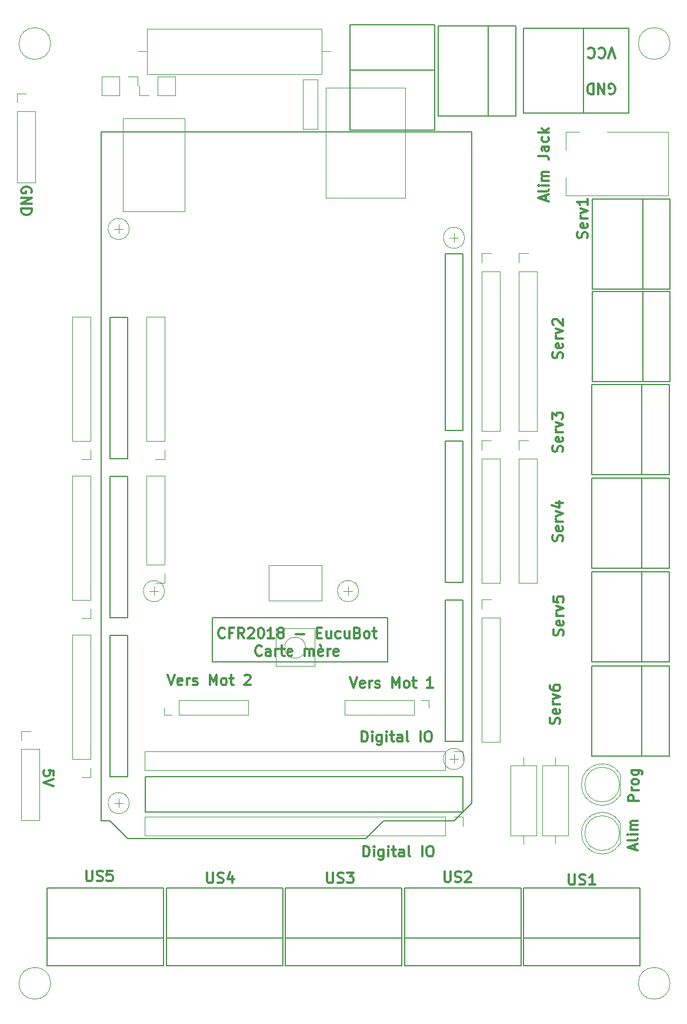
<source format=gto>
G04 #@! TF.FileFunction,Legend,Top*
%FSLAX46Y46*%
G04 Gerber Fmt 4.6, Leading zero omitted, Abs format (unit mm)*
G04 Created by KiCad (PCBNEW 4.0.7) date 03/11/18 20:05:57*
%MOMM*%
%LPD*%
G01*
G04 APERTURE LIST*
%ADD10C,0.100000*%
%ADD11C,0.200000*%
%ADD12C,0.300000*%
%ADD13C,0.010000*%
%ADD14C,0.150000*%
%ADD15C,0.120000*%
G04 APERTURE END LIST*
D10*
D11*
X96012000Y-114554000D02*
X70739000Y-114554000D01*
X70739000Y-120904000D02*
X96012000Y-120904000D01*
X70739000Y-114554000D02*
X70739000Y-120904000D01*
X96012000Y-114554000D02*
X96012000Y-120904000D01*
D12*
X132123571Y-140898285D02*
X130623571Y-140898285D01*
X130623571Y-140326857D01*
X130695000Y-140183999D01*
X130766429Y-140112571D01*
X130909286Y-140041142D01*
X131123571Y-140041142D01*
X131266429Y-140112571D01*
X131337857Y-140183999D01*
X131409286Y-140326857D01*
X131409286Y-140898285D01*
X132123571Y-139398285D02*
X131123571Y-139398285D01*
X131409286Y-139398285D02*
X131266429Y-139326857D01*
X131195000Y-139255428D01*
X131123571Y-139112571D01*
X131123571Y-138969714D01*
X132123571Y-138255428D02*
X132052143Y-138398286D01*
X131980714Y-138469714D01*
X131837857Y-138541143D01*
X131409286Y-138541143D01*
X131266429Y-138469714D01*
X131195000Y-138398286D01*
X131123571Y-138255428D01*
X131123571Y-138041143D01*
X131195000Y-137898286D01*
X131266429Y-137826857D01*
X131409286Y-137755428D01*
X131837857Y-137755428D01*
X131980714Y-137826857D01*
X132052143Y-137898286D01*
X132123571Y-138041143D01*
X132123571Y-138255428D01*
X131123571Y-136469714D02*
X132337857Y-136469714D01*
X132480714Y-136541143D01*
X132552143Y-136612571D01*
X132623571Y-136755428D01*
X132623571Y-136969714D01*
X132552143Y-137112571D01*
X132052143Y-136469714D02*
X132123571Y-136612571D01*
X132123571Y-136898285D01*
X132052143Y-137041143D01*
X131980714Y-137112571D01*
X131837857Y-137184000D01*
X131409286Y-137184000D01*
X131266429Y-137112571D01*
X131195000Y-137041143D01*
X131123571Y-136898285D01*
X131123571Y-136612571D01*
X131195000Y-136469714D01*
X131568000Y-147903143D02*
X131568000Y-147188857D01*
X131996571Y-148046000D02*
X130496571Y-147546000D01*
X131996571Y-147046000D01*
X131996571Y-146331714D02*
X131925143Y-146474572D01*
X131782286Y-146546000D01*
X130496571Y-146546000D01*
X131996571Y-145760286D02*
X130996571Y-145760286D01*
X130496571Y-145760286D02*
X130568000Y-145831715D01*
X130639429Y-145760286D01*
X130568000Y-145688858D01*
X130496571Y-145760286D01*
X130639429Y-145760286D01*
X131996571Y-145046000D02*
X130996571Y-145046000D01*
X131139429Y-145046000D02*
X131068000Y-144974572D01*
X130996571Y-144831714D01*
X130996571Y-144617429D01*
X131068000Y-144474572D01*
X131210857Y-144403143D01*
X131996571Y-144403143D01*
X131210857Y-144403143D02*
X131068000Y-144331714D01*
X130996571Y-144188857D01*
X130996571Y-143974572D01*
X131068000Y-143831714D01*
X131210857Y-143760286D01*
X131996571Y-143760286D01*
X47938429Y-137255287D02*
X47938429Y-136541001D01*
X47224143Y-136469572D01*
X47295571Y-136541001D01*
X47367000Y-136683858D01*
X47367000Y-137041001D01*
X47295571Y-137183858D01*
X47224143Y-137255287D01*
X47081286Y-137326715D01*
X46724143Y-137326715D01*
X46581286Y-137255287D01*
X46509857Y-137183858D01*
X46438429Y-137041001D01*
X46438429Y-136683858D01*
X46509857Y-136541001D01*
X46581286Y-136469572D01*
X47938429Y-137755286D02*
X46438429Y-138255286D01*
X47938429Y-138755286D01*
X72538144Y-117370714D02*
X72466715Y-117442143D01*
X72252429Y-117513571D01*
X72109572Y-117513571D01*
X71895287Y-117442143D01*
X71752429Y-117299286D01*
X71681001Y-117156429D01*
X71609572Y-116870714D01*
X71609572Y-116656429D01*
X71681001Y-116370714D01*
X71752429Y-116227857D01*
X71895287Y-116085000D01*
X72109572Y-116013571D01*
X72252429Y-116013571D01*
X72466715Y-116085000D01*
X72538144Y-116156429D01*
X73681001Y-116727857D02*
X73181001Y-116727857D01*
X73181001Y-117513571D02*
X73181001Y-116013571D01*
X73895287Y-116013571D01*
X75323858Y-117513571D02*
X74823858Y-116799286D01*
X74466715Y-117513571D02*
X74466715Y-116013571D01*
X75038143Y-116013571D01*
X75181001Y-116085000D01*
X75252429Y-116156429D01*
X75323858Y-116299286D01*
X75323858Y-116513571D01*
X75252429Y-116656429D01*
X75181001Y-116727857D01*
X75038143Y-116799286D01*
X74466715Y-116799286D01*
X75895286Y-116156429D02*
X75966715Y-116085000D01*
X76109572Y-116013571D01*
X76466715Y-116013571D01*
X76609572Y-116085000D01*
X76681001Y-116156429D01*
X76752429Y-116299286D01*
X76752429Y-116442143D01*
X76681001Y-116656429D01*
X75823858Y-117513571D01*
X76752429Y-117513571D01*
X77681000Y-116013571D02*
X77823857Y-116013571D01*
X77966714Y-116085000D01*
X78038143Y-116156429D01*
X78109572Y-116299286D01*
X78181000Y-116585000D01*
X78181000Y-116942143D01*
X78109572Y-117227857D01*
X78038143Y-117370714D01*
X77966714Y-117442143D01*
X77823857Y-117513571D01*
X77681000Y-117513571D01*
X77538143Y-117442143D01*
X77466714Y-117370714D01*
X77395286Y-117227857D01*
X77323857Y-116942143D01*
X77323857Y-116585000D01*
X77395286Y-116299286D01*
X77466714Y-116156429D01*
X77538143Y-116085000D01*
X77681000Y-116013571D01*
X79609571Y-117513571D02*
X78752428Y-117513571D01*
X79181000Y-117513571D02*
X79181000Y-116013571D01*
X79038143Y-116227857D01*
X78895285Y-116370714D01*
X78752428Y-116442143D01*
X80466714Y-116656429D02*
X80323856Y-116585000D01*
X80252428Y-116513571D01*
X80180999Y-116370714D01*
X80180999Y-116299286D01*
X80252428Y-116156429D01*
X80323856Y-116085000D01*
X80466714Y-116013571D01*
X80752428Y-116013571D01*
X80895285Y-116085000D01*
X80966714Y-116156429D01*
X81038142Y-116299286D01*
X81038142Y-116370714D01*
X80966714Y-116513571D01*
X80895285Y-116585000D01*
X80752428Y-116656429D01*
X80466714Y-116656429D01*
X80323856Y-116727857D01*
X80252428Y-116799286D01*
X80180999Y-116942143D01*
X80180999Y-117227857D01*
X80252428Y-117370714D01*
X80323856Y-117442143D01*
X80466714Y-117513571D01*
X80752428Y-117513571D01*
X80895285Y-117442143D01*
X80966714Y-117370714D01*
X81038142Y-117227857D01*
X81038142Y-116942143D01*
X80966714Y-116799286D01*
X80895285Y-116727857D01*
X80752428Y-116656429D01*
X82823856Y-116942143D02*
X83966713Y-116942143D01*
X85823856Y-116727857D02*
X86323856Y-116727857D01*
X86538142Y-117513571D02*
X85823856Y-117513571D01*
X85823856Y-116013571D01*
X86538142Y-116013571D01*
X87823856Y-116513571D02*
X87823856Y-117513571D01*
X87180999Y-116513571D02*
X87180999Y-117299286D01*
X87252427Y-117442143D01*
X87395285Y-117513571D01*
X87609570Y-117513571D01*
X87752427Y-117442143D01*
X87823856Y-117370714D01*
X89180999Y-117442143D02*
X89038142Y-117513571D01*
X88752428Y-117513571D01*
X88609570Y-117442143D01*
X88538142Y-117370714D01*
X88466713Y-117227857D01*
X88466713Y-116799286D01*
X88538142Y-116656429D01*
X88609570Y-116585000D01*
X88752428Y-116513571D01*
X89038142Y-116513571D01*
X89180999Y-116585000D01*
X90466713Y-116513571D02*
X90466713Y-117513571D01*
X89823856Y-116513571D02*
X89823856Y-117299286D01*
X89895284Y-117442143D01*
X90038142Y-117513571D01*
X90252427Y-117513571D01*
X90395284Y-117442143D01*
X90466713Y-117370714D01*
X91680999Y-116727857D02*
X91895285Y-116799286D01*
X91966713Y-116870714D01*
X92038142Y-117013571D01*
X92038142Y-117227857D01*
X91966713Y-117370714D01*
X91895285Y-117442143D01*
X91752427Y-117513571D01*
X91180999Y-117513571D01*
X91180999Y-116013571D01*
X91680999Y-116013571D01*
X91823856Y-116085000D01*
X91895285Y-116156429D01*
X91966713Y-116299286D01*
X91966713Y-116442143D01*
X91895285Y-116585000D01*
X91823856Y-116656429D01*
X91680999Y-116727857D01*
X91180999Y-116727857D01*
X92895285Y-117513571D02*
X92752427Y-117442143D01*
X92680999Y-117370714D01*
X92609570Y-117227857D01*
X92609570Y-116799286D01*
X92680999Y-116656429D01*
X92752427Y-116585000D01*
X92895285Y-116513571D01*
X93109570Y-116513571D01*
X93252427Y-116585000D01*
X93323856Y-116656429D01*
X93395285Y-116799286D01*
X93395285Y-117227857D01*
X93323856Y-117370714D01*
X93252427Y-117442143D01*
X93109570Y-117513571D01*
X92895285Y-117513571D01*
X93823856Y-116513571D02*
X94395285Y-116513571D01*
X94038142Y-116013571D02*
X94038142Y-117299286D01*
X94109570Y-117442143D01*
X94252428Y-117513571D01*
X94395285Y-117513571D01*
X77859573Y-119920714D02*
X77788144Y-119992143D01*
X77573858Y-120063571D01*
X77431001Y-120063571D01*
X77216716Y-119992143D01*
X77073858Y-119849286D01*
X77002430Y-119706429D01*
X76931001Y-119420714D01*
X76931001Y-119206429D01*
X77002430Y-118920714D01*
X77073858Y-118777857D01*
X77216716Y-118635000D01*
X77431001Y-118563571D01*
X77573858Y-118563571D01*
X77788144Y-118635000D01*
X77859573Y-118706429D01*
X79145287Y-120063571D02*
X79145287Y-119277857D01*
X79073858Y-119135000D01*
X78931001Y-119063571D01*
X78645287Y-119063571D01*
X78502430Y-119135000D01*
X79145287Y-119992143D02*
X79002430Y-120063571D01*
X78645287Y-120063571D01*
X78502430Y-119992143D01*
X78431001Y-119849286D01*
X78431001Y-119706429D01*
X78502430Y-119563571D01*
X78645287Y-119492143D01*
X79002430Y-119492143D01*
X79145287Y-119420714D01*
X79859573Y-120063571D02*
X79859573Y-119063571D01*
X79859573Y-119349286D02*
X79931001Y-119206429D01*
X80002430Y-119135000D01*
X80145287Y-119063571D01*
X80288144Y-119063571D01*
X80573858Y-119063571D02*
X81145287Y-119063571D01*
X80788144Y-118563571D02*
X80788144Y-119849286D01*
X80859572Y-119992143D01*
X81002430Y-120063571D01*
X81145287Y-120063571D01*
X82216715Y-119992143D02*
X82073858Y-120063571D01*
X81788144Y-120063571D01*
X81645287Y-119992143D01*
X81573858Y-119849286D01*
X81573858Y-119277857D01*
X81645287Y-119135000D01*
X81788144Y-119063571D01*
X82073858Y-119063571D01*
X82216715Y-119135000D01*
X82288144Y-119277857D01*
X82288144Y-119420714D01*
X81573858Y-119563571D01*
X84073858Y-120063571D02*
X84073858Y-119063571D01*
X84073858Y-119206429D02*
X84145286Y-119135000D01*
X84288144Y-119063571D01*
X84502429Y-119063571D01*
X84645286Y-119135000D01*
X84716715Y-119277857D01*
X84716715Y-120063571D01*
X84716715Y-119277857D02*
X84788144Y-119135000D01*
X84931001Y-119063571D01*
X85145286Y-119063571D01*
X85288144Y-119135000D01*
X85359572Y-119277857D01*
X85359572Y-120063571D01*
X86645286Y-119992143D02*
X86502429Y-120063571D01*
X86216715Y-120063571D01*
X86073858Y-119992143D01*
X86002429Y-119849286D01*
X86002429Y-119277857D01*
X86073858Y-119135000D01*
X86216715Y-119063571D01*
X86502429Y-119063571D01*
X86645286Y-119135000D01*
X86716715Y-119277857D01*
X86716715Y-119420714D01*
X86002429Y-119563571D01*
X86216715Y-118492143D02*
X86431001Y-118706429D01*
X87359572Y-120063571D02*
X87359572Y-119063571D01*
X87359572Y-119349286D02*
X87431000Y-119206429D01*
X87502429Y-119135000D01*
X87645286Y-119063571D01*
X87788143Y-119063571D01*
X88859571Y-119992143D02*
X88716714Y-120063571D01*
X88431000Y-120063571D01*
X88288143Y-119992143D01*
X88216714Y-119849286D01*
X88216714Y-119277857D01*
X88288143Y-119135000D01*
X88431000Y-119063571D01*
X88716714Y-119063571D01*
X88859571Y-119135000D01*
X88931000Y-119277857D01*
X88931000Y-119420714D01*
X88216714Y-119563571D01*
X92282000Y-132377571D02*
X92282000Y-130877571D01*
X92639143Y-130877571D01*
X92853428Y-130949000D01*
X92996286Y-131091857D01*
X93067714Y-131234714D01*
X93139143Y-131520429D01*
X93139143Y-131734714D01*
X93067714Y-132020429D01*
X92996286Y-132163286D01*
X92853428Y-132306143D01*
X92639143Y-132377571D01*
X92282000Y-132377571D01*
X93782000Y-132377571D02*
X93782000Y-131377571D01*
X93782000Y-130877571D02*
X93710571Y-130949000D01*
X93782000Y-131020429D01*
X93853428Y-130949000D01*
X93782000Y-130877571D01*
X93782000Y-131020429D01*
X95139143Y-131377571D02*
X95139143Y-132591857D01*
X95067714Y-132734714D01*
X94996286Y-132806143D01*
X94853429Y-132877571D01*
X94639143Y-132877571D01*
X94496286Y-132806143D01*
X95139143Y-132306143D02*
X94996286Y-132377571D01*
X94710572Y-132377571D01*
X94567714Y-132306143D01*
X94496286Y-132234714D01*
X94424857Y-132091857D01*
X94424857Y-131663286D01*
X94496286Y-131520429D01*
X94567714Y-131449000D01*
X94710572Y-131377571D01*
X94996286Y-131377571D01*
X95139143Y-131449000D01*
X95853429Y-132377571D02*
X95853429Y-131377571D01*
X95853429Y-130877571D02*
X95782000Y-130949000D01*
X95853429Y-131020429D01*
X95924857Y-130949000D01*
X95853429Y-130877571D01*
X95853429Y-131020429D01*
X96353429Y-131377571D02*
X96924858Y-131377571D01*
X96567715Y-130877571D02*
X96567715Y-132163286D01*
X96639143Y-132306143D01*
X96782001Y-132377571D01*
X96924858Y-132377571D01*
X98067715Y-132377571D02*
X98067715Y-131591857D01*
X97996286Y-131449000D01*
X97853429Y-131377571D01*
X97567715Y-131377571D01*
X97424858Y-131449000D01*
X98067715Y-132306143D02*
X97924858Y-132377571D01*
X97567715Y-132377571D01*
X97424858Y-132306143D01*
X97353429Y-132163286D01*
X97353429Y-132020429D01*
X97424858Y-131877571D01*
X97567715Y-131806143D01*
X97924858Y-131806143D01*
X98067715Y-131734714D01*
X98996287Y-132377571D02*
X98853429Y-132306143D01*
X98782001Y-132163286D01*
X98782001Y-130877571D01*
X100710572Y-132377571D02*
X100710572Y-130877571D01*
X101710572Y-130877571D02*
X101996286Y-130877571D01*
X102139144Y-130949000D01*
X102282001Y-131091857D01*
X102353429Y-131377571D01*
X102353429Y-131877571D01*
X102282001Y-132163286D01*
X102139144Y-132306143D01*
X101996286Y-132377571D01*
X101710572Y-132377571D01*
X101567715Y-132306143D01*
X101424858Y-132163286D01*
X101353429Y-131877571D01*
X101353429Y-131377571D01*
X101424858Y-131091857D01*
X101567715Y-130949000D01*
X101710572Y-130877571D01*
X92536000Y-148887571D02*
X92536000Y-147387571D01*
X92893143Y-147387571D01*
X93107428Y-147459000D01*
X93250286Y-147601857D01*
X93321714Y-147744714D01*
X93393143Y-148030429D01*
X93393143Y-148244714D01*
X93321714Y-148530429D01*
X93250286Y-148673286D01*
X93107428Y-148816143D01*
X92893143Y-148887571D01*
X92536000Y-148887571D01*
X94036000Y-148887571D02*
X94036000Y-147887571D01*
X94036000Y-147387571D02*
X93964571Y-147459000D01*
X94036000Y-147530429D01*
X94107428Y-147459000D01*
X94036000Y-147387571D01*
X94036000Y-147530429D01*
X95393143Y-147887571D02*
X95393143Y-149101857D01*
X95321714Y-149244714D01*
X95250286Y-149316143D01*
X95107429Y-149387571D01*
X94893143Y-149387571D01*
X94750286Y-149316143D01*
X95393143Y-148816143D02*
X95250286Y-148887571D01*
X94964572Y-148887571D01*
X94821714Y-148816143D01*
X94750286Y-148744714D01*
X94678857Y-148601857D01*
X94678857Y-148173286D01*
X94750286Y-148030429D01*
X94821714Y-147959000D01*
X94964572Y-147887571D01*
X95250286Y-147887571D01*
X95393143Y-147959000D01*
X96107429Y-148887571D02*
X96107429Y-147887571D01*
X96107429Y-147387571D02*
X96036000Y-147459000D01*
X96107429Y-147530429D01*
X96178857Y-147459000D01*
X96107429Y-147387571D01*
X96107429Y-147530429D01*
X96607429Y-147887571D02*
X97178858Y-147887571D01*
X96821715Y-147387571D02*
X96821715Y-148673286D01*
X96893143Y-148816143D01*
X97036001Y-148887571D01*
X97178858Y-148887571D01*
X98321715Y-148887571D02*
X98321715Y-148101857D01*
X98250286Y-147959000D01*
X98107429Y-147887571D01*
X97821715Y-147887571D01*
X97678858Y-147959000D01*
X98321715Y-148816143D02*
X98178858Y-148887571D01*
X97821715Y-148887571D01*
X97678858Y-148816143D01*
X97607429Y-148673286D01*
X97607429Y-148530429D01*
X97678858Y-148387571D01*
X97821715Y-148316143D01*
X98178858Y-148316143D01*
X98321715Y-148244714D01*
X99250287Y-148887571D02*
X99107429Y-148816143D01*
X99036001Y-148673286D01*
X99036001Y-147387571D01*
X100964572Y-148887571D02*
X100964572Y-147387571D01*
X101964572Y-147387571D02*
X102250286Y-147387571D01*
X102393144Y-147459000D01*
X102536001Y-147601857D01*
X102607429Y-147887571D01*
X102607429Y-148387571D01*
X102536001Y-148673286D01*
X102393144Y-148816143D01*
X102250286Y-148887571D01*
X101964572Y-148887571D01*
X101821715Y-148816143D01*
X101678858Y-148673286D01*
X101607429Y-148387571D01*
X101607429Y-147887571D01*
X101678858Y-147601857D01*
X101821715Y-147459000D01*
X101964572Y-147387571D01*
X120749143Y-129821428D02*
X120820571Y-129607142D01*
X120820571Y-129249999D01*
X120749143Y-129107142D01*
X120677714Y-129035713D01*
X120534857Y-128964285D01*
X120392000Y-128964285D01*
X120249143Y-129035713D01*
X120177714Y-129107142D01*
X120106286Y-129249999D01*
X120034857Y-129535713D01*
X119963429Y-129678571D01*
X119892000Y-129749999D01*
X119749143Y-129821428D01*
X119606286Y-129821428D01*
X119463429Y-129749999D01*
X119392000Y-129678571D01*
X119320571Y-129535713D01*
X119320571Y-129178571D01*
X119392000Y-128964285D01*
X120749143Y-127750000D02*
X120820571Y-127892857D01*
X120820571Y-128178571D01*
X120749143Y-128321428D01*
X120606286Y-128392857D01*
X120034857Y-128392857D01*
X119892000Y-128321428D01*
X119820571Y-128178571D01*
X119820571Y-127892857D01*
X119892000Y-127750000D01*
X120034857Y-127678571D01*
X120177714Y-127678571D01*
X120320571Y-128392857D01*
X120820571Y-127035714D02*
X119820571Y-127035714D01*
X120106286Y-127035714D02*
X119963429Y-126964286D01*
X119892000Y-126892857D01*
X119820571Y-126750000D01*
X119820571Y-126607143D01*
X119820571Y-126250000D02*
X120820571Y-125892857D01*
X119820571Y-125535715D01*
X119320571Y-124321429D02*
X119320571Y-124607143D01*
X119392000Y-124750000D01*
X119463429Y-124821429D01*
X119677714Y-124964286D01*
X119963429Y-125035715D01*
X120534857Y-125035715D01*
X120677714Y-124964286D01*
X120749143Y-124892858D01*
X120820571Y-124750000D01*
X120820571Y-124464286D01*
X120749143Y-124321429D01*
X120677714Y-124250000D01*
X120534857Y-124178572D01*
X120177714Y-124178572D01*
X120034857Y-124250000D01*
X119963429Y-124321429D01*
X119892000Y-124464286D01*
X119892000Y-124750000D01*
X119963429Y-124892858D01*
X120034857Y-124964286D01*
X120177714Y-125035715D01*
X121257143Y-117121428D02*
X121328571Y-116907142D01*
X121328571Y-116549999D01*
X121257143Y-116407142D01*
X121185714Y-116335713D01*
X121042857Y-116264285D01*
X120900000Y-116264285D01*
X120757143Y-116335713D01*
X120685714Y-116407142D01*
X120614286Y-116549999D01*
X120542857Y-116835713D01*
X120471429Y-116978571D01*
X120400000Y-117049999D01*
X120257143Y-117121428D01*
X120114286Y-117121428D01*
X119971429Y-117049999D01*
X119900000Y-116978571D01*
X119828571Y-116835713D01*
X119828571Y-116478571D01*
X119900000Y-116264285D01*
X121257143Y-115050000D02*
X121328571Y-115192857D01*
X121328571Y-115478571D01*
X121257143Y-115621428D01*
X121114286Y-115692857D01*
X120542857Y-115692857D01*
X120400000Y-115621428D01*
X120328571Y-115478571D01*
X120328571Y-115192857D01*
X120400000Y-115050000D01*
X120542857Y-114978571D01*
X120685714Y-114978571D01*
X120828571Y-115692857D01*
X121328571Y-114335714D02*
X120328571Y-114335714D01*
X120614286Y-114335714D02*
X120471429Y-114264286D01*
X120400000Y-114192857D01*
X120328571Y-114050000D01*
X120328571Y-113907143D01*
X120328571Y-113550000D02*
X121328571Y-113192857D01*
X120328571Y-112835715D01*
X119828571Y-111550000D02*
X119828571Y-112264286D01*
X120542857Y-112335715D01*
X120471429Y-112264286D01*
X120400000Y-112121429D01*
X120400000Y-111764286D01*
X120471429Y-111621429D01*
X120542857Y-111550000D01*
X120685714Y-111478572D01*
X121042857Y-111478572D01*
X121185714Y-111550000D01*
X121257143Y-111621429D01*
X121328571Y-111764286D01*
X121328571Y-112121429D01*
X121257143Y-112264286D01*
X121185714Y-112335715D01*
X121130143Y-103532428D02*
X121201571Y-103318142D01*
X121201571Y-102960999D01*
X121130143Y-102818142D01*
X121058714Y-102746713D01*
X120915857Y-102675285D01*
X120773000Y-102675285D01*
X120630143Y-102746713D01*
X120558714Y-102818142D01*
X120487286Y-102960999D01*
X120415857Y-103246713D01*
X120344429Y-103389571D01*
X120273000Y-103460999D01*
X120130143Y-103532428D01*
X119987286Y-103532428D01*
X119844429Y-103460999D01*
X119773000Y-103389571D01*
X119701571Y-103246713D01*
X119701571Y-102889571D01*
X119773000Y-102675285D01*
X121130143Y-101461000D02*
X121201571Y-101603857D01*
X121201571Y-101889571D01*
X121130143Y-102032428D01*
X120987286Y-102103857D01*
X120415857Y-102103857D01*
X120273000Y-102032428D01*
X120201571Y-101889571D01*
X120201571Y-101603857D01*
X120273000Y-101461000D01*
X120415857Y-101389571D01*
X120558714Y-101389571D01*
X120701571Y-102103857D01*
X121201571Y-100746714D02*
X120201571Y-100746714D01*
X120487286Y-100746714D02*
X120344429Y-100675286D01*
X120273000Y-100603857D01*
X120201571Y-100461000D01*
X120201571Y-100318143D01*
X120201571Y-99961000D02*
X121201571Y-99603857D01*
X120201571Y-99246715D01*
X120201571Y-98032429D02*
X121201571Y-98032429D01*
X119630143Y-98389572D02*
X120701571Y-98746715D01*
X120701571Y-97818143D01*
X121130143Y-90705428D02*
X121201571Y-90491142D01*
X121201571Y-90133999D01*
X121130143Y-89991142D01*
X121058714Y-89919713D01*
X120915857Y-89848285D01*
X120773000Y-89848285D01*
X120630143Y-89919713D01*
X120558714Y-89991142D01*
X120487286Y-90133999D01*
X120415857Y-90419713D01*
X120344429Y-90562571D01*
X120273000Y-90633999D01*
X120130143Y-90705428D01*
X119987286Y-90705428D01*
X119844429Y-90633999D01*
X119773000Y-90562571D01*
X119701571Y-90419713D01*
X119701571Y-90062571D01*
X119773000Y-89848285D01*
X121130143Y-88634000D02*
X121201571Y-88776857D01*
X121201571Y-89062571D01*
X121130143Y-89205428D01*
X120987286Y-89276857D01*
X120415857Y-89276857D01*
X120273000Y-89205428D01*
X120201571Y-89062571D01*
X120201571Y-88776857D01*
X120273000Y-88634000D01*
X120415857Y-88562571D01*
X120558714Y-88562571D01*
X120701571Y-89276857D01*
X121201571Y-87919714D02*
X120201571Y-87919714D01*
X120487286Y-87919714D02*
X120344429Y-87848286D01*
X120273000Y-87776857D01*
X120201571Y-87634000D01*
X120201571Y-87491143D01*
X120201571Y-87134000D02*
X121201571Y-86776857D01*
X120201571Y-86419715D01*
X119701571Y-85991143D02*
X119701571Y-85062572D01*
X120273000Y-85562572D01*
X120273000Y-85348286D01*
X120344429Y-85205429D01*
X120415857Y-85134000D01*
X120558714Y-85062572D01*
X120915857Y-85062572D01*
X121058714Y-85134000D01*
X121130143Y-85205429D01*
X121201571Y-85348286D01*
X121201571Y-85776858D01*
X121130143Y-85919715D01*
X121058714Y-85991143D01*
X121130143Y-77243428D02*
X121201571Y-77029142D01*
X121201571Y-76671999D01*
X121130143Y-76529142D01*
X121058714Y-76457713D01*
X120915857Y-76386285D01*
X120773000Y-76386285D01*
X120630143Y-76457713D01*
X120558714Y-76529142D01*
X120487286Y-76671999D01*
X120415857Y-76957713D01*
X120344429Y-77100571D01*
X120273000Y-77171999D01*
X120130143Y-77243428D01*
X119987286Y-77243428D01*
X119844429Y-77171999D01*
X119773000Y-77100571D01*
X119701571Y-76957713D01*
X119701571Y-76600571D01*
X119773000Y-76386285D01*
X121130143Y-75172000D02*
X121201571Y-75314857D01*
X121201571Y-75600571D01*
X121130143Y-75743428D01*
X120987286Y-75814857D01*
X120415857Y-75814857D01*
X120273000Y-75743428D01*
X120201571Y-75600571D01*
X120201571Y-75314857D01*
X120273000Y-75172000D01*
X120415857Y-75100571D01*
X120558714Y-75100571D01*
X120701571Y-75814857D01*
X121201571Y-74457714D02*
X120201571Y-74457714D01*
X120487286Y-74457714D02*
X120344429Y-74386286D01*
X120273000Y-74314857D01*
X120201571Y-74172000D01*
X120201571Y-74029143D01*
X120201571Y-73672000D02*
X121201571Y-73314857D01*
X120201571Y-72957715D01*
X119844429Y-72457715D02*
X119773000Y-72386286D01*
X119701571Y-72243429D01*
X119701571Y-71886286D01*
X119773000Y-71743429D01*
X119844429Y-71672000D01*
X119987286Y-71600572D01*
X120130143Y-71600572D01*
X120344429Y-71672000D01*
X121201571Y-72529143D01*
X121201571Y-71600572D01*
X124686143Y-59971428D02*
X124757571Y-59757142D01*
X124757571Y-59399999D01*
X124686143Y-59257142D01*
X124614714Y-59185713D01*
X124471857Y-59114285D01*
X124329000Y-59114285D01*
X124186143Y-59185713D01*
X124114714Y-59257142D01*
X124043286Y-59399999D01*
X123971857Y-59685713D01*
X123900429Y-59828571D01*
X123829000Y-59899999D01*
X123686143Y-59971428D01*
X123543286Y-59971428D01*
X123400429Y-59899999D01*
X123329000Y-59828571D01*
X123257571Y-59685713D01*
X123257571Y-59328571D01*
X123329000Y-59114285D01*
X124686143Y-57900000D02*
X124757571Y-58042857D01*
X124757571Y-58328571D01*
X124686143Y-58471428D01*
X124543286Y-58542857D01*
X123971857Y-58542857D01*
X123829000Y-58471428D01*
X123757571Y-58328571D01*
X123757571Y-58042857D01*
X123829000Y-57900000D01*
X123971857Y-57828571D01*
X124114714Y-57828571D01*
X124257571Y-58542857D01*
X124757571Y-57185714D02*
X123757571Y-57185714D01*
X124043286Y-57185714D02*
X123900429Y-57114286D01*
X123829000Y-57042857D01*
X123757571Y-56900000D01*
X123757571Y-56757143D01*
X123757571Y-56400000D02*
X124757571Y-56042857D01*
X123757571Y-55685715D01*
X124757571Y-54328572D02*
X124757571Y-55185715D01*
X124757571Y-54757143D02*
X123257571Y-54757143D01*
X123471857Y-54900000D01*
X123614714Y-55042858D01*
X123686143Y-55185715D01*
X52625858Y-150943571D02*
X52625858Y-152157857D01*
X52697286Y-152300714D01*
X52768715Y-152372143D01*
X52911572Y-152443571D01*
X53197286Y-152443571D01*
X53340144Y-152372143D01*
X53411572Y-152300714D01*
X53483001Y-152157857D01*
X53483001Y-150943571D01*
X54125858Y-152372143D02*
X54340144Y-152443571D01*
X54697287Y-152443571D01*
X54840144Y-152372143D01*
X54911573Y-152300714D01*
X54983001Y-152157857D01*
X54983001Y-152015000D01*
X54911573Y-151872143D01*
X54840144Y-151800714D01*
X54697287Y-151729286D01*
X54411573Y-151657857D01*
X54268715Y-151586429D01*
X54197287Y-151515000D01*
X54125858Y-151372143D01*
X54125858Y-151229286D01*
X54197287Y-151086429D01*
X54268715Y-151015000D01*
X54411573Y-150943571D01*
X54768715Y-150943571D01*
X54983001Y-151015000D01*
X56340144Y-150943571D02*
X55625858Y-150943571D01*
X55554429Y-151657857D01*
X55625858Y-151586429D01*
X55768715Y-151515000D01*
X56125858Y-151515000D01*
X56268715Y-151586429D01*
X56340144Y-151657857D01*
X56411572Y-151800714D01*
X56411572Y-152157857D01*
X56340144Y-152300714D01*
X56268715Y-152372143D01*
X56125858Y-152443571D01*
X55768715Y-152443571D01*
X55625858Y-152372143D01*
X55554429Y-152300714D01*
X70024858Y-151197571D02*
X70024858Y-152411857D01*
X70096286Y-152554714D01*
X70167715Y-152626143D01*
X70310572Y-152697571D01*
X70596286Y-152697571D01*
X70739144Y-152626143D01*
X70810572Y-152554714D01*
X70882001Y-152411857D01*
X70882001Y-151197571D01*
X71524858Y-152626143D02*
X71739144Y-152697571D01*
X72096287Y-152697571D01*
X72239144Y-152626143D01*
X72310573Y-152554714D01*
X72382001Y-152411857D01*
X72382001Y-152269000D01*
X72310573Y-152126143D01*
X72239144Y-152054714D01*
X72096287Y-151983286D01*
X71810573Y-151911857D01*
X71667715Y-151840429D01*
X71596287Y-151769000D01*
X71524858Y-151626143D01*
X71524858Y-151483286D01*
X71596287Y-151340429D01*
X71667715Y-151269000D01*
X71810573Y-151197571D01*
X72167715Y-151197571D01*
X72382001Y-151269000D01*
X73667715Y-151697571D02*
X73667715Y-152697571D01*
X73310572Y-151126143D02*
X72953429Y-152197571D01*
X73882001Y-152197571D01*
X87296858Y-151197571D02*
X87296858Y-152411857D01*
X87368286Y-152554714D01*
X87439715Y-152626143D01*
X87582572Y-152697571D01*
X87868286Y-152697571D01*
X88011144Y-152626143D01*
X88082572Y-152554714D01*
X88154001Y-152411857D01*
X88154001Y-151197571D01*
X88796858Y-152626143D02*
X89011144Y-152697571D01*
X89368287Y-152697571D01*
X89511144Y-152626143D01*
X89582573Y-152554714D01*
X89654001Y-152411857D01*
X89654001Y-152269000D01*
X89582573Y-152126143D01*
X89511144Y-152054714D01*
X89368287Y-151983286D01*
X89082573Y-151911857D01*
X88939715Y-151840429D01*
X88868287Y-151769000D01*
X88796858Y-151626143D01*
X88796858Y-151483286D01*
X88868287Y-151340429D01*
X88939715Y-151269000D01*
X89082573Y-151197571D01*
X89439715Y-151197571D01*
X89654001Y-151269000D01*
X90154001Y-151197571D02*
X91082572Y-151197571D01*
X90582572Y-151769000D01*
X90796858Y-151769000D01*
X90939715Y-151840429D01*
X91011144Y-151911857D01*
X91082572Y-152054714D01*
X91082572Y-152411857D01*
X91011144Y-152554714D01*
X90939715Y-152626143D01*
X90796858Y-152697571D01*
X90368286Y-152697571D01*
X90225429Y-152626143D01*
X90154001Y-152554714D01*
X104187858Y-151070571D02*
X104187858Y-152284857D01*
X104259286Y-152427714D01*
X104330715Y-152499143D01*
X104473572Y-152570571D01*
X104759286Y-152570571D01*
X104902144Y-152499143D01*
X104973572Y-152427714D01*
X105045001Y-152284857D01*
X105045001Y-151070571D01*
X105687858Y-152499143D02*
X105902144Y-152570571D01*
X106259287Y-152570571D01*
X106402144Y-152499143D01*
X106473573Y-152427714D01*
X106545001Y-152284857D01*
X106545001Y-152142000D01*
X106473573Y-151999143D01*
X106402144Y-151927714D01*
X106259287Y-151856286D01*
X105973573Y-151784857D01*
X105830715Y-151713429D01*
X105759287Y-151642000D01*
X105687858Y-151499143D01*
X105687858Y-151356286D01*
X105759287Y-151213429D01*
X105830715Y-151142000D01*
X105973573Y-151070571D01*
X106330715Y-151070571D01*
X106545001Y-151142000D01*
X107116429Y-151213429D02*
X107187858Y-151142000D01*
X107330715Y-151070571D01*
X107687858Y-151070571D01*
X107830715Y-151142000D01*
X107902144Y-151213429D01*
X107973572Y-151356286D01*
X107973572Y-151499143D01*
X107902144Y-151713429D01*
X107045001Y-152570571D01*
X107973572Y-152570571D01*
X122094858Y-151451571D02*
X122094858Y-152665857D01*
X122166286Y-152808714D01*
X122237715Y-152880143D01*
X122380572Y-152951571D01*
X122666286Y-152951571D01*
X122809144Y-152880143D01*
X122880572Y-152808714D01*
X122952001Y-152665857D01*
X122952001Y-151451571D01*
X123594858Y-152880143D02*
X123809144Y-152951571D01*
X124166287Y-152951571D01*
X124309144Y-152880143D01*
X124380573Y-152808714D01*
X124452001Y-152665857D01*
X124452001Y-152523000D01*
X124380573Y-152380143D01*
X124309144Y-152308714D01*
X124166287Y-152237286D01*
X123880573Y-152165857D01*
X123737715Y-152094429D01*
X123666287Y-152023000D01*
X123594858Y-151880143D01*
X123594858Y-151737286D01*
X123666287Y-151594429D01*
X123737715Y-151523000D01*
X123880573Y-151451571D01*
X124237715Y-151451571D01*
X124452001Y-151523000D01*
X125880572Y-152951571D02*
X125023429Y-152951571D01*
X125452001Y-152951571D02*
X125452001Y-151451571D01*
X125309144Y-151665857D01*
X125166286Y-151808714D01*
X125023429Y-151880143D01*
X64322286Y-122749571D02*
X64822286Y-124249571D01*
X65322286Y-122749571D01*
X66393714Y-124178143D02*
X66250857Y-124249571D01*
X65965143Y-124249571D01*
X65822286Y-124178143D01*
X65750857Y-124035286D01*
X65750857Y-123463857D01*
X65822286Y-123321000D01*
X65965143Y-123249571D01*
X66250857Y-123249571D01*
X66393714Y-123321000D01*
X66465143Y-123463857D01*
X66465143Y-123606714D01*
X65750857Y-123749571D01*
X67108000Y-124249571D02*
X67108000Y-123249571D01*
X67108000Y-123535286D02*
X67179428Y-123392429D01*
X67250857Y-123321000D01*
X67393714Y-123249571D01*
X67536571Y-123249571D01*
X67965142Y-124178143D02*
X68107999Y-124249571D01*
X68393714Y-124249571D01*
X68536571Y-124178143D01*
X68607999Y-124035286D01*
X68607999Y-123963857D01*
X68536571Y-123821000D01*
X68393714Y-123749571D01*
X68179428Y-123749571D01*
X68036571Y-123678143D01*
X67965142Y-123535286D01*
X67965142Y-123463857D01*
X68036571Y-123321000D01*
X68179428Y-123249571D01*
X68393714Y-123249571D01*
X68536571Y-123321000D01*
X70393714Y-124249571D02*
X70393714Y-122749571D01*
X70893714Y-123821000D01*
X71393714Y-122749571D01*
X71393714Y-124249571D01*
X72322286Y-124249571D02*
X72179428Y-124178143D01*
X72108000Y-124106714D01*
X72036571Y-123963857D01*
X72036571Y-123535286D01*
X72108000Y-123392429D01*
X72179428Y-123321000D01*
X72322286Y-123249571D01*
X72536571Y-123249571D01*
X72679428Y-123321000D01*
X72750857Y-123392429D01*
X72822286Y-123535286D01*
X72822286Y-123963857D01*
X72750857Y-124106714D01*
X72679428Y-124178143D01*
X72536571Y-124249571D01*
X72322286Y-124249571D01*
X73250857Y-123249571D02*
X73822286Y-123249571D01*
X73465143Y-122749571D02*
X73465143Y-124035286D01*
X73536571Y-124178143D01*
X73679429Y-124249571D01*
X73822286Y-124249571D01*
X75393714Y-122892429D02*
X75465143Y-122821000D01*
X75608000Y-122749571D01*
X75965143Y-122749571D01*
X76108000Y-122821000D01*
X76179429Y-122892429D01*
X76250857Y-123035286D01*
X76250857Y-123178143D01*
X76179429Y-123392429D01*
X75322286Y-124249571D01*
X76250857Y-124249571D01*
X90611286Y-123130571D02*
X91111286Y-124630571D01*
X91611286Y-123130571D01*
X92682714Y-124559143D02*
X92539857Y-124630571D01*
X92254143Y-124630571D01*
X92111286Y-124559143D01*
X92039857Y-124416286D01*
X92039857Y-123844857D01*
X92111286Y-123702000D01*
X92254143Y-123630571D01*
X92539857Y-123630571D01*
X92682714Y-123702000D01*
X92754143Y-123844857D01*
X92754143Y-123987714D01*
X92039857Y-124130571D01*
X93397000Y-124630571D02*
X93397000Y-123630571D01*
X93397000Y-123916286D02*
X93468428Y-123773429D01*
X93539857Y-123702000D01*
X93682714Y-123630571D01*
X93825571Y-123630571D01*
X94254142Y-124559143D02*
X94396999Y-124630571D01*
X94682714Y-124630571D01*
X94825571Y-124559143D01*
X94896999Y-124416286D01*
X94896999Y-124344857D01*
X94825571Y-124202000D01*
X94682714Y-124130571D01*
X94468428Y-124130571D01*
X94325571Y-124059143D01*
X94254142Y-123916286D01*
X94254142Y-123844857D01*
X94325571Y-123702000D01*
X94468428Y-123630571D01*
X94682714Y-123630571D01*
X94825571Y-123702000D01*
X96682714Y-124630571D02*
X96682714Y-123130571D01*
X97182714Y-124202000D01*
X97682714Y-123130571D01*
X97682714Y-124630571D01*
X98611286Y-124630571D02*
X98468428Y-124559143D01*
X98397000Y-124487714D01*
X98325571Y-124344857D01*
X98325571Y-123916286D01*
X98397000Y-123773429D01*
X98468428Y-123702000D01*
X98611286Y-123630571D01*
X98825571Y-123630571D01*
X98968428Y-123702000D01*
X99039857Y-123773429D01*
X99111286Y-123916286D01*
X99111286Y-124344857D01*
X99039857Y-124487714D01*
X98968428Y-124559143D01*
X98825571Y-124630571D01*
X98611286Y-124630571D01*
X99539857Y-123630571D02*
X100111286Y-123630571D01*
X99754143Y-123130571D02*
X99754143Y-124416286D01*
X99825571Y-124559143D01*
X99968429Y-124630571D01*
X100111286Y-124630571D01*
X102539857Y-124630571D02*
X101682714Y-124630571D01*
X102111286Y-124630571D02*
X102111286Y-123130571D01*
X101968429Y-123344857D01*
X101825571Y-123487714D01*
X101682714Y-123559143D01*
X118741000Y-54581571D02*
X118741000Y-53867285D01*
X119169571Y-54724428D02*
X117669571Y-54224428D01*
X119169571Y-53724428D01*
X119169571Y-53010142D02*
X119098143Y-53153000D01*
X118955286Y-53224428D01*
X117669571Y-53224428D01*
X119169571Y-52438714D02*
X118169571Y-52438714D01*
X117669571Y-52438714D02*
X117741000Y-52510143D01*
X117812429Y-52438714D01*
X117741000Y-52367286D01*
X117669571Y-52438714D01*
X117812429Y-52438714D01*
X119169571Y-51724428D02*
X118169571Y-51724428D01*
X118312429Y-51724428D02*
X118241000Y-51653000D01*
X118169571Y-51510142D01*
X118169571Y-51295857D01*
X118241000Y-51153000D01*
X118383857Y-51081571D01*
X119169571Y-51081571D01*
X118383857Y-51081571D02*
X118241000Y-51010142D01*
X118169571Y-50867285D01*
X118169571Y-50653000D01*
X118241000Y-50510142D01*
X118383857Y-50438714D01*
X119169571Y-50438714D01*
X117669571Y-48153000D02*
X118741000Y-48153000D01*
X118955286Y-48224428D01*
X119098143Y-48367285D01*
X119169571Y-48581571D01*
X119169571Y-48724428D01*
X119169571Y-46795857D02*
X118383857Y-46795857D01*
X118241000Y-46867286D01*
X118169571Y-47010143D01*
X118169571Y-47295857D01*
X118241000Y-47438714D01*
X119098143Y-46795857D02*
X119169571Y-46938714D01*
X119169571Y-47295857D01*
X119098143Y-47438714D01*
X118955286Y-47510143D01*
X118812429Y-47510143D01*
X118669571Y-47438714D01*
X118598143Y-47295857D01*
X118598143Y-46938714D01*
X118526714Y-46795857D01*
X119098143Y-45438714D02*
X119169571Y-45581571D01*
X119169571Y-45867285D01*
X119098143Y-46010143D01*
X119026714Y-46081571D01*
X118883857Y-46153000D01*
X118455286Y-46153000D01*
X118312429Y-46081571D01*
X118241000Y-46010143D01*
X118169571Y-45867285D01*
X118169571Y-45581571D01*
X118241000Y-45438714D01*
X119169571Y-44795857D02*
X117669571Y-44795857D01*
X118598143Y-44653000D02*
X119169571Y-44224429D01*
X118169571Y-44224429D02*
X118741000Y-44795857D01*
X128746000Y-34095429D02*
X128246000Y-32595429D01*
X127746000Y-34095429D01*
X126388857Y-32738286D02*
X126460286Y-32666857D01*
X126674572Y-32595429D01*
X126817429Y-32595429D01*
X127031714Y-32666857D01*
X127174572Y-32809714D01*
X127246000Y-32952571D01*
X127317429Y-33238286D01*
X127317429Y-33452571D01*
X127246000Y-33738286D01*
X127174572Y-33881143D01*
X127031714Y-34024000D01*
X126817429Y-34095429D01*
X126674572Y-34095429D01*
X126460286Y-34024000D01*
X126388857Y-33952571D01*
X124888857Y-32738286D02*
X124960286Y-32666857D01*
X125174572Y-32595429D01*
X125317429Y-32595429D01*
X125531714Y-32666857D01*
X125674572Y-32809714D01*
X125746000Y-32952571D01*
X125817429Y-33238286D01*
X125817429Y-33452571D01*
X125746000Y-33738286D01*
X125674572Y-33881143D01*
X125531714Y-34024000D01*
X125317429Y-34095429D01*
X125174572Y-34095429D01*
X124960286Y-34024000D01*
X124888857Y-33952571D01*
X127888857Y-39231000D02*
X128031714Y-39302429D01*
X128246000Y-39302429D01*
X128460285Y-39231000D01*
X128603143Y-39088143D01*
X128674571Y-38945286D01*
X128746000Y-38659571D01*
X128746000Y-38445286D01*
X128674571Y-38159571D01*
X128603143Y-38016714D01*
X128460285Y-37873857D01*
X128246000Y-37802429D01*
X128103143Y-37802429D01*
X127888857Y-37873857D01*
X127817428Y-37945286D01*
X127817428Y-38445286D01*
X128103143Y-38445286D01*
X127174571Y-37802429D02*
X127174571Y-39302429D01*
X126317428Y-37802429D01*
X126317428Y-39302429D01*
X125603142Y-37802429D02*
X125603142Y-39302429D01*
X125245999Y-39302429D01*
X125031714Y-39231000D01*
X124888856Y-39088143D01*
X124817428Y-38945286D01*
X124745999Y-38659571D01*
X124745999Y-38445286D01*
X124817428Y-38159571D01*
X124888856Y-38016714D01*
X125031714Y-37873857D01*
X125245999Y-37802429D01*
X125603142Y-37802429D01*
X44692000Y-53467143D02*
X44763429Y-53324286D01*
X44763429Y-53110000D01*
X44692000Y-52895715D01*
X44549143Y-52752857D01*
X44406286Y-52681429D01*
X44120571Y-52610000D01*
X43906286Y-52610000D01*
X43620571Y-52681429D01*
X43477714Y-52752857D01*
X43334857Y-52895715D01*
X43263429Y-53110000D01*
X43263429Y-53252857D01*
X43334857Y-53467143D01*
X43406286Y-53538572D01*
X43906286Y-53538572D01*
X43906286Y-53252857D01*
X43263429Y-54181429D02*
X44763429Y-54181429D01*
X43263429Y-55038572D01*
X44763429Y-55038572D01*
X43263429Y-55752858D02*
X44763429Y-55752858D01*
X44763429Y-56110001D01*
X44692000Y-56324286D01*
X44549143Y-56467144D01*
X44406286Y-56538572D01*
X44120571Y-56610001D01*
X43906286Y-56610001D01*
X43620571Y-56538572D01*
X43477714Y-56467144D01*
X43334857Y-56324286D01*
X43263429Y-56110001D01*
X43263429Y-55752858D01*
D13*
X58801000Y-58674000D02*
G75*
G03X58801000Y-58674000I-1524000J0D01*
G01*
X63881000Y-110744000D02*
G75*
G03X63881000Y-110744000I-1524000J0D01*
G01*
X58801000Y-141224000D02*
G75*
G03X58801000Y-141224000I-1524000J0D01*
G01*
X107061000Y-134874000D02*
G75*
G03X107061000Y-134874000I-1524000J0D01*
G01*
X91821000Y-110744000D02*
G75*
G03X91821000Y-110744000I-1524000J0D01*
G01*
X107061000Y-59944000D02*
G75*
G03X107061000Y-59944000I-1524000J0D01*
G01*
X85471000Y-116078000D02*
X85471000Y-121539000D01*
X85471000Y-121539000D02*
X79883000Y-121539000D01*
X79883000Y-121539000D02*
X79883000Y-116078000D01*
X79883000Y-116078000D02*
X85471000Y-116078000D01*
X84201000Y-118872000D02*
G75*
G03X84201000Y-118872000I-1524000J0D01*
G01*
X98552000Y-38354000D02*
X98552000Y-54229000D01*
X98552000Y-54229000D02*
X87122000Y-54229000D01*
X87122000Y-54229000D02*
X87122000Y-38354000D01*
X87122000Y-38354000D02*
X98552000Y-38354000D01*
X66802000Y-56134000D02*
X66802000Y-42799000D01*
X66802000Y-42799000D02*
X57912000Y-42799000D01*
X57912000Y-42799000D02*
X57912000Y-56134000D01*
X57912000Y-56134000D02*
X66802000Y-56134000D01*
X86487000Y-107061000D02*
X86487000Y-112141000D01*
X86487000Y-112141000D02*
X78867000Y-112141000D01*
X78867000Y-112141000D02*
X78867000Y-107061000D01*
X78867000Y-107061000D02*
X86487000Y-107061000D01*
D14*
X105537000Y-143764000D02*
X108077000Y-141224000D01*
X108077000Y-141224000D02*
X108077000Y-44704000D01*
X108077000Y-44704000D02*
X54737000Y-44704000D01*
X54737000Y-44704000D02*
X54737000Y-143764000D01*
X54737000Y-143764000D02*
X56007000Y-143764000D01*
X56007000Y-143764000D02*
X58547000Y-146304000D01*
X58547000Y-146304000D02*
X92837000Y-146304000D01*
X92837000Y-146304000D02*
X95377000Y-143764000D01*
X95377000Y-143764000D02*
X105537000Y-143764000D01*
X106807000Y-87630000D02*
X104267000Y-87630000D01*
X104267000Y-87630000D02*
X104267000Y-62230000D01*
X104267000Y-62230000D02*
X106807000Y-62230000D01*
X106807000Y-62230000D02*
X106807000Y-87630000D01*
D13*
X105537000Y-59309000D02*
X105537000Y-60579000D01*
X106172000Y-59944000D02*
X104902000Y-59944000D01*
X57277000Y-58039000D02*
X57277000Y-59309000D01*
X57912000Y-58674000D02*
X56642000Y-58674000D01*
X57277000Y-140589000D02*
X57277000Y-141859000D01*
X57912000Y-141224000D02*
X56642000Y-141224000D01*
X62357000Y-110109000D02*
X62357000Y-111379000D01*
X62992000Y-110744000D02*
X61722000Y-110744000D01*
X90297000Y-110109000D02*
X90297000Y-111379000D01*
X90932000Y-110744000D02*
X89662000Y-110744000D01*
X105537000Y-134239000D02*
X105537000Y-135509000D01*
X106172000Y-134874000D02*
X104902000Y-134874000D01*
D14*
X106807000Y-109474000D02*
X104267000Y-109474000D01*
X104267000Y-109474000D02*
X104267000Y-89154000D01*
X104267000Y-89154000D02*
X106807000Y-89154000D01*
X106807000Y-89154000D02*
X106807000Y-109474000D01*
X106807000Y-132334000D02*
X104267000Y-132334000D01*
X104267000Y-132334000D02*
X104267000Y-112014000D01*
X104267000Y-112014000D02*
X106807000Y-112014000D01*
X106807000Y-112014000D02*
X106807000Y-132334000D01*
X61087000Y-137414000D02*
X61087000Y-142494000D01*
X61087000Y-142494000D02*
X106807000Y-142494000D01*
X106807000Y-142494000D02*
X106807000Y-137414000D01*
X106807000Y-137414000D02*
X61087000Y-137414000D01*
X58547000Y-91694000D02*
X56007000Y-91694000D01*
X56007000Y-91694000D02*
X56007000Y-71374000D01*
X56007000Y-71374000D02*
X58547000Y-71374000D01*
X58547000Y-71374000D02*
X58547000Y-91694000D01*
X56007000Y-114554000D02*
X58547000Y-114554000D01*
X58547000Y-114554000D02*
X58547000Y-94234000D01*
X58547000Y-94234000D02*
X56007000Y-94234000D01*
X56007000Y-94234000D02*
X56007000Y-114554000D01*
X58547000Y-117094000D02*
X58547000Y-137414000D01*
X58547000Y-137414000D02*
X56007000Y-137414000D01*
X56007000Y-137414000D02*
X56007000Y-117094000D01*
X56007000Y-117094000D02*
X58547000Y-117094000D01*
D15*
X43247000Y-143697000D02*
X45907000Y-143697000D01*
X43247000Y-133477000D02*
X43247000Y-143697000D01*
X45907000Y-133477000D02*
X45907000Y-143697000D01*
X43247000Y-133477000D02*
X45907000Y-133477000D01*
X43247000Y-132207000D02*
X43247000Y-130877000D01*
X43247000Y-130877000D02*
X44577000Y-130877000D01*
X122002000Y-135833000D02*
X118282000Y-135833000D01*
X118282000Y-135833000D02*
X118282000Y-145853000D01*
X118282000Y-145853000D02*
X122002000Y-145853000D01*
X122002000Y-145853000D02*
X122002000Y-135833000D01*
X120142000Y-134603000D02*
X120142000Y-135833000D01*
X120142000Y-147083000D02*
X120142000Y-145853000D01*
X127555000Y-44676000D02*
X136355000Y-44676000D01*
X136355000Y-44676000D02*
X136355000Y-53876000D01*
X121655000Y-47376000D02*
X121655000Y-44676000D01*
X121655000Y-44676000D02*
X123555000Y-44676000D01*
X136355000Y-53876000D02*
X121655000Y-53876000D01*
X121655000Y-53876000D02*
X121655000Y-51276000D01*
X53273000Y-112014000D02*
X53273000Y-94174000D01*
X53273000Y-94174000D02*
X50613000Y-94174000D01*
X50613000Y-94174000D02*
X50613000Y-112014000D01*
X50613000Y-112014000D02*
X53273000Y-112014000D01*
X53273000Y-113284000D02*
X53273000Y-114614000D01*
X53273000Y-114614000D02*
X51943000Y-114614000D01*
X53273000Y-134874000D02*
X53273000Y-117034000D01*
X53273000Y-117034000D02*
X50613000Y-117034000D01*
X50613000Y-117034000D02*
X50613000Y-134874000D01*
X50613000Y-134874000D02*
X53273000Y-134874000D01*
X53273000Y-136144000D02*
X53273000Y-137474000D01*
X53273000Y-137474000D02*
X51943000Y-137474000D01*
X109541000Y-114554000D02*
X109541000Y-132394000D01*
X109541000Y-132394000D02*
X112201000Y-132394000D01*
X112201000Y-132394000D02*
X112201000Y-114554000D01*
X112201000Y-114554000D02*
X109541000Y-114554000D01*
X109541000Y-113284000D02*
X109541000Y-111954000D01*
X109541000Y-111954000D02*
X110871000Y-111954000D01*
X104267000Y-133798000D02*
X61027000Y-133798000D01*
X61027000Y-133798000D02*
X61027000Y-136458000D01*
X61027000Y-136458000D02*
X104267000Y-136458000D01*
X104267000Y-136458000D02*
X104267000Y-133798000D01*
X105537000Y-133798000D02*
X106867000Y-133798000D01*
X106867000Y-133798000D02*
X106867000Y-135128000D01*
X104267000Y-143196000D02*
X61027000Y-143196000D01*
X61027000Y-143196000D02*
X61027000Y-145856000D01*
X61027000Y-145856000D02*
X104267000Y-145856000D01*
X104267000Y-145856000D02*
X104267000Y-143196000D01*
X105537000Y-143196000D02*
X106867000Y-143196000D01*
X106867000Y-143196000D02*
X106867000Y-144526000D01*
X114875000Y-91694000D02*
X114875000Y-109534000D01*
X114875000Y-109534000D02*
X117535000Y-109534000D01*
X117535000Y-109534000D02*
X117535000Y-91694000D01*
X117535000Y-91694000D02*
X114875000Y-91694000D01*
X114875000Y-90424000D02*
X114875000Y-89094000D01*
X114875000Y-89094000D02*
X116205000Y-89094000D01*
X61354000Y-29887000D02*
X61354000Y-36407000D01*
X61354000Y-36407000D02*
X86474000Y-36407000D01*
X86474000Y-36407000D02*
X86474000Y-29887000D01*
X86474000Y-29887000D02*
X61354000Y-29887000D01*
X60054000Y-33147000D02*
X61354000Y-33147000D01*
X87774000Y-33147000D02*
X86474000Y-33147000D01*
X53273000Y-71314000D02*
X50613000Y-71314000D01*
X53273000Y-89154000D02*
X53273000Y-71314000D01*
X50613000Y-89154000D02*
X50613000Y-71314000D01*
X53273000Y-89154000D02*
X50613000Y-89154000D01*
X53273000Y-90424000D02*
X53273000Y-91754000D01*
X53273000Y-91754000D02*
X51943000Y-91754000D01*
X114875000Y-64770000D02*
X114875000Y-87690000D01*
X114875000Y-87690000D02*
X117535000Y-87690000D01*
X117535000Y-87690000D02*
X117535000Y-64770000D01*
X117535000Y-64770000D02*
X114875000Y-64770000D01*
X114875000Y-63500000D02*
X114875000Y-62170000D01*
X114875000Y-62170000D02*
X116205000Y-62170000D01*
X109541000Y-64770000D02*
X109541000Y-87690000D01*
X109541000Y-87690000D02*
X112201000Y-87690000D01*
X112201000Y-87690000D02*
X112201000Y-64770000D01*
X112201000Y-64770000D02*
X109541000Y-64770000D01*
X109541000Y-63500000D02*
X109541000Y-62170000D01*
X109541000Y-62170000D02*
X110871000Y-62170000D01*
X109541000Y-91694000D02*
X109541000Y-109534000D01*
X109541000Y-109534000D02*
X112201000Y-109534000D01*
X112201000Y-109534000D02*
X112201000Y-91694000D01*
X112201000Y-91694000D02*
X109541000Y-91694000D01*
X109541000Y-90424000D02*
X109541000Y-89094000D01*
X109541000Y-89094000D02*
X110871000Y-89094000D01*
X63915600Y-89154000D02*
X63915600Y-71314000D01*
X63915600Y-71314000D02*
X61255600Y-71314000D01*
X61255600Y-71314000D02*
X61255600Y-89154000D01*
X61255600Y-89154000D02*
X63915600Y-89154000D01*
X63915600Y-90424000D02*
X63915600Y-91754000D01*
X63915600Y-91754000D02*
X62585600Y-91754000D01*
X63941000Y-106934000D02*
X63941000Y-94174000D01*
X63941000Y-94174000D02*
X61281000Y-94174000D01*
X61281000Y-94174000D02*
X61281000Y-106934000D01*
X61281000Y-106934000D02*
X63941000Y-106934000D01*
X63941000Y-108204000D02*
X63941000Y-109534000D01*
X63941000Y-109534000D02*
X62611000Y-109534000D01*
X85896000Y-37167000D02*
X85896000Y-44287000D01*
X83776000Y-37167000D02*
X83776000Y-44287000D01*
X85896000Y-37167000D02*
X83776000Y-37167000D01*
X85896000Y-44287000D02*
X83776000Y-44287000D01*
X42612000Y-52003000D02*
X45272000Y-52003000D01*
X42612000Y-41783000D02*
X42612000Y-52003000D01*
X45272000Y-41783000D02*
X45272000Y-52003000D01*
X42612000Y-41783000D02*
X45272000Y-41783000D01*
X42612000Y-40513000D02*
X42612000Y-39183000D01*
X42612000Y-39183000D02*
X43942000Y-39183000D01*
X54804000Y-36770000D02*
X54804000Y-39430000D01*
X57404000Y-36770000D02*
X54804000Y-36770000D01*
X57404000Y-39430000D02*
X54804000Y-39430000D01*
X57404000Y-36770000D02*
X57404000Y-39430000D01*
X58674000Y-36770000D02*
X60004000Y-36770000D01*
X60004000Y-36770000D02*
X60004000Y-38100000D01*
X75957000Y-128568000D02*
X75957000Y-126448000D01*
X65897000Y-128568000D02*
X75957000Y-128568000D01*
X65897000Y-126448000D02*
X75957000Y-126448000D01*
X65897000Y-128568000D02*
X65897000Y-126448000D01*
X64897000Y-128568000D02*
X63837000Y-128568000D01*
X63837000Y-128568000D02*
X63837000Y-127508000D01*
X65465000Y-39430000D02*
X65465000Y-36770000D01*
X62865000Y-39430000D02*
X65465000Y-39430000D01*
X62865000Y-36770000D02*
X65465000Y-36770000D01*
X62865000Y-39430000D02*
X62865000Y-36770000D01*
X61595000Y-39430000D02*
X60265000Y-39430000D01*
X60265000Y-39430000D02*
X60265000Y-38100000D01*
X89778000Y-126448000D02*
X89778000Y-128568000D01*
X99838000Y-126448000D02*
X89778000Y-126448000D01*
X99838000Y-128568000D02*
X89778000Y-128568000D01*
X99838000Y-126448000D02*
X99838000Y-128568000D01*
X100838000Y-126448000D02*
X101898000Y-126448000D01*
X101898000Y-126448000D02*
X101898000Y-127508000D01*
D14*
X110490000Y-42418000D02*
X114427000Y-42418000D01*
X114427000Y-42418000D02*
X114427000Y-29464000D01*
X114427000Y-29464000D02*
X110490000Y-29464000D01*
X107696000Y-42418000D02*
X110490000Y-42418000D01*
X110490000Y-42418000D02*
X110490000Y-29464000D01*
X110490000Y-29464000D02*
X107696000Y-29464000D01*
X104394000Y-29464000D02*
X103251000Y-29464000D01*
X103251000Y-42418000D02*
X103251000Y-29464000D01*
X103251000Y-42418000D02*
X107696000Y-42418000D01*
X107696000Y-29464000D02*
X106426000Y-29464000D01*
X104394000Y-29464000D02*
X106426000Y-29464000D01*
X132588000Y-134493000D02*
X136525000Y-134493000D01*
X136525000Y-134493000D02*
X136525000Y-121539000D01*
X136525000Y-121539000D02*
X132588000Y-121539000D01*
X129794000Y-134493000D02*
X132588000Y-134493000D01*
X132588000Y-134493000D02*
X132588000Y-121539000D01*
X132588000Y-121539000D02*
X129794000Y-121539000D01*
X126492000Y-121539000D02*
X125349000Y-121539000D01*
X125349000Y-134493000D02*
X125349000Y-121539000D01*
X125349000Y-134493000D02*
X129794000Y-134493000D01*
X129794000Y-121539000D02*
X128524000Y-121539000D01*
X126492000Y-121539000D02*
X128524000Y-121539000D01*
X132588000Y-120904000D02*
X136525000Y-120904000D01*
X136525000Y-120904000D02*
X136525000Y-107950000D01*
X136525000Y-107950000D02*
X132588000Y-107950000D01*
X129794000Y-120904000D02*
X132588000Y-120904000D01*
X132588000Y-120904000D02*
X132588000Y-107950000D01*
X132588000Y-107950000D02*
X129794000Y-107950000D01*
X126492000Y-107950000D02*
X125349000Y-107950000D01*
X125349000Y-120904000D02*
X125349000Y-107950000D01*
X125349000Y-120904000D02*
X129794000Y-120904000D01*
X129794000Y-107950000D02*
X128524000Y-107950000D01*
X126492000Y-107950000D02*
X128524000Y-107950000D01*
X132588000Y-107442000D02*
X136525000Y-107442000D01*
X136525000Y-107442000D02*
X136525000Y-94488000D01*
X136525000Y-94488000D02*
X132588000Y-94488000D01*
X129794000Y-107442000D02*
X132588000Y-107442000D01*
X132588000Y-107442000D02*
X132588000Y-94488000D01*
X132588000Y-94488000D02*
X129794000Y-94488000D01*
X126492000Y-94488000D02*
X125349000Y-94488000D01*
X125349000Y-107442000D02*
X125349000Y-94488000D01*
X125349000Y-107442000D02*
X129794000Y-107442000D01*
X129794000Y-94488000D02*
X128524000Y-94488000D01*
X126492000Y-94488000D02*
X128524000Y-94488000D01*
X132588000Y-93980000D02*
X136525000Y-93980000D01*
X136525000Y-93980000D02*
X136525000Y-81026000D01*
X136525000Y-81026000D02*
X132588000Y-81026000D01*
X129794000Y-93980000D02*
X132588000Y-93980000D01*
X132588000Y-93980000D02*
X132588000Y-81026000D01*
X132588000Y-81026000D02*
X129794000Y-81026000D01*
X126492000Y-81026000D02*
X125349000Y-81026000D01*
X125349000Y-93980000D02*
X125349000Y-81026000D01*
X125349000Y-93980000D02*
X129794000Y-93980000D01*
X129794000Y-81026000D02*
X128524000Y-81026000D01*
X126492000Y-81026000D02*
X128524000Y-81026000D01*
X132715000Y-80645000D02*
X136652000Y-80645000D01*
X136652000Y-80645000D02*
X136652000Y-67691000D01*
X136652000Y-67691000D02*
X132715000Y-67691000D01*
X129921000Y-80645000D02*
X132715000Y-80645000D01*
X132715000Y-80645000D02*
X132715000Y-67691000D01*
X132715000Y-67691000D02*
X129921000Y-67691000D01*
X126619000Y-67691000D02*
X125476000Y-67691000D01*
X125476000Y-80645000D02*
X125476000Y-67691000D01*
X125476000Y-80645000D02*
X129921000Y-80645000D01*
X129921000Y-67691000D02*
X128651000Y-67691000D01*
X126619000Y-67691000D02*
X128651000Y-67691000D01*
X132715000Y-67310000D02*
X136652000Y-67310000D01*
X136652000Y-67310000D02*
X136652000Y-54356000D01*
X136652000Y-54356000D02*
X132715000Y-54356000D01*
X129921000Y-67310000D02*
X132715000Y-67310000D01*
X132715000Y-67310000D02*
X132715000Y-54356000D01*
X132715000Y-54356000D02*
X129921000Y-54356000D01*
X126619000Y-54356000D02*
X125476000Y-54356000D01*
X125476000Y-67310000D02*
X125476000Y-54356000D01*
X125476000Y-67310000D02*
X129921000Y-67310000D01*
X129921000Y-54356000D02*
X128651000Y-54356000D01*
X126619000Y-54356000D02*
X128651000Y-54356000D01*
X115570000Y-160655000D02*
X115570000Y-164592000D01*
X115570000Y-164592000D02*
X132334000Y-164592000D01*
X132334000Y-164592000D02*
X132334000Y-160655000D01*
X115570000Y-153416000D02*
X132334000Y-153416000D01*
X115570000Y-153416000D02*
X115570000Y-160655000D01*
X115570000Y-160655000D02*
X116332000Y-160655000D01*
X132334000Y-155829000D02*
X132334000Y-160655000D01*
X132334000Y-160655000D02*
X116332000Y-160655000D01*
X132334000Y-153416000D02*
X132334000Y-155829000D01*
X98425000Y-160655000D02*
X98425000Y-164592000D01*
X98425000Y-164592000D02*
X115189000Y-164592000D01*
X115189000Y-164592000D02*
X115189000Y-160655000D01*
X98425000Y-153416000D02*
X115189000Y-153416000D01*
X98425000Y-153416000D02*
X98425000Y-160655000D01*
X98425000Y-160655000D02*
X99187000Y-160655000D01*
X115189000Y-155829000D02*
X115189000Y-160655000D01*
X115189000Y-160655000D02*
X99187000Y-160655000D01*
X115189000Y-153416000D02*
X115189000Y-155829000D01*
X81280000Y-160655000D02*
X81280000Y-164592000D01*
X81280000Y-164592000D02*
X98044000Y-164592000D01*
X98044000Y-164592000D02*
X98044000Y-160655000D01*
X81280000Y-153416000D02*
X98044000Y-153416000D01*
X81280000Y-153416000D02*
X81280000Y-160655000D01*
X81280000Y-160655000D02*
X82042000Y-160655000D01*
X98044000Y-155829000D02*
X98044000Y-160655000D01*
X98044000Y-160655000D02*
X82042000Y-160655000D01*
X98044000Y-153416000D02*
X98044000Y-155829000D01*
X64135000Y-160655000D02*
X64135000Y-164592000D01*
X64135000Y-164592000D02*
X80899000Y-164592000D01*
X80899000Y-164592000D02*
X80899000Y-160655000D01*
X64135000Y-153416000D02*
X80899000Y-153416000D01*
X64135000Y-153416000D02*
X64135000Y-160655000D01*
X64135000Y-160655000D02*
X64897000Y-160655000D01*
X80899000Y-155829000D02*
X80899000Y-160655000D01*
X80899000Y-160655000D02*
X64897000Y-160655000D01*
X80899000Y-153416000D02*
X80899000Y-155829000D01*
X46990000Y-160655000D02*
X46990000Y-164592000D01*
X46990000Y-164592000D02*
X63754000Y-164592000D01*
X63754000Y-164592000D02*
X63754000Y-160655000D01*
X46990000Y-153416000D02*
X63754000Y-153416000D01*
X46990000Y-153416000D02*
X46990000Y-160655000D01*
X46990000Y-160655000D02*
X47752000Y-160655000D01*
X63754000Y-155829000D02*
X63754000Y-160655000D01*
X63754000Y-160655000D02*
X47752000Y-160655000D01*
X63754000Y-153416000D02*
X63754000Y-155829000D01*
D15*
X47498000Y-167132000D02*
G75*
G03X47498000Y-167132000I-2286000J0D01*
G01*
X136652000Y-167132000D02*
G75*
G03X136652000Y-167132000I-2286000J0D01*
G01*
X47498000Y-32004000D02*
G75*
G03X47498000Y-32004000I-2286000J0D01*
G01*
X136652000Y-32004000D02*
G75*
G03X136652000Y-32004000I-2286000J0D01*
G01*
D14*
X124206000Y-42037000D02*
X130683000Y-42037000D01*
X130683000Y-42037000D02*
X130683000Y-29845000D01*
X130683000Y-29845000D02*
X124206000Y-29845000D01*
X115570000Y-42037000D02*
X115570000Y-29845000D01*
X123190000Y-42037000D02*
X124206000Y-42037000D01*
X124206000Y-42037000D02*
X124206000Y-29845000D01*
X124206000Y-29845000D02*
X123063000Y-29845000D01*
X117475000Y-29845000D02*
X123190000Y-29845000D01*
X117475000Y-29845000D02*
X115697000Y-29845000D01*
X115697000Y-29845000D02*
X115570000Y-29845000D01*
X119380000Y-42037000D02*
X115570000Y-42037000D01*
X123190000Y-42037000D02*
X119380000Y-42037000D01*
X102743000Y-35814000D02*
X102743000Y-29337000D01*
X102743000Y-29337000D02*
X90551000Y-29337000D01*
X90551000Y-29337000D02*
X90551000Y-35814000D01*
X102743000Y-44450000D02*
X90551000Y-44450000D01*
X102743000Y-36830000D02*
X102743000Y-35814000D01*
X102743000Y-35814000D02*
X90551000Y-35814000D01*
X90551000Y-35814000D02*
X90551000Y-36957000D01*
X90551000Y-42545000D02*
X90551000Y-36830000D01*
X90551000Y-42545000D02*
X90551000Y-44323000D01*
X90551000Y-44323000D02*
X90551000Y-44450000D01*
X102743000Y-40640000D02*
X102743000Y-44450000D01*
X102743000Y-36830000D02*
X102743000Y-40640000D01*
D15*
X123883000Y-138556538D02*
G75*
G03X129433000Y-140101830I2990000J-462D01*
G01*
X123883000Y-138557462D02*
G75*
G02X129433000Y-137012170I2990000J462D01*
G01*
X129373000Y-138557000D02*
G75*
G03X129373000Y-138557000I-2500000J0D01*
G01*
X129433000Y-140102000D02*
X129433000Y-137012000D01*
X117430000Y-135833000D02*
X113710000Y-135833000D01*
X113710000Y-135833000D02*
X113710000Y-145853000D01*
X113710000Y-145853000D02*
X117430000Y-145853000D01*
X117430000Y-145853000D02*
X117430000Y-135833000D01*
X115570000Y-134603000D02*
X115570000Y-135833000D01*
X115570000Y-147083000D02*
X115570000Y-145853000D01*
X123883000Y-145541538D02*
G75*
G03X129433000Y-147086830I2990000J-462D01*
G01*
X123883000Y-145542462D02*
G75*
G02X129433000Y-143997170I2990000J462D01*
G01*
X129373000Y-145542000D02*
G75*
G03X129373000Y-145542000I-2500000J0D01*
G01*
X129433000Y-147087000D02*
X129433000Y-143997000D01*
M02*

</source>
